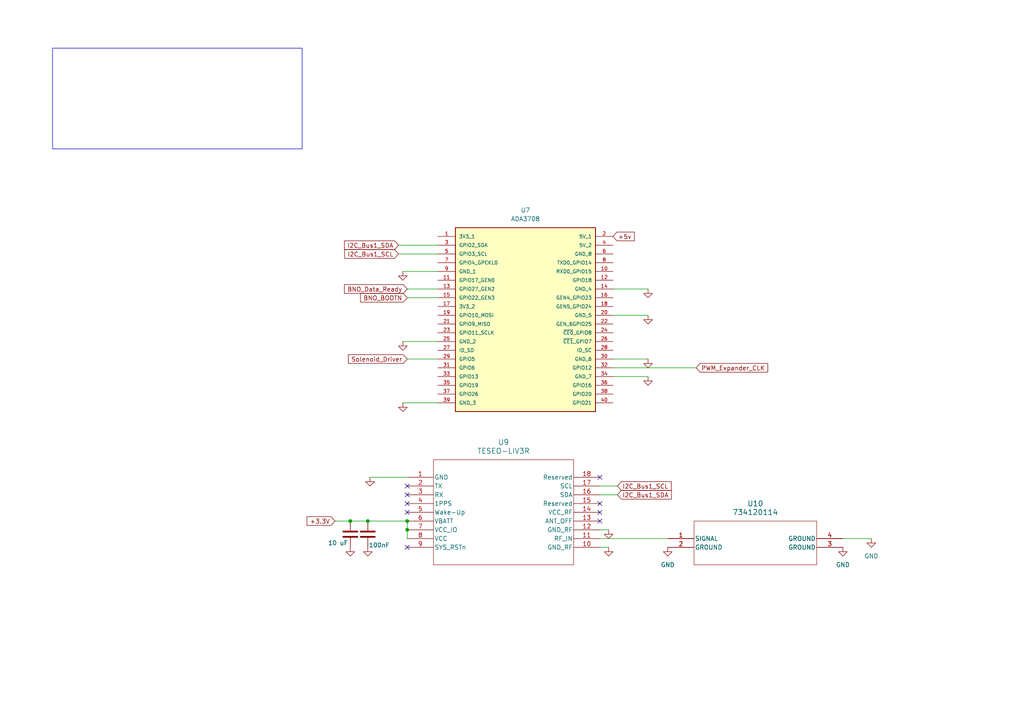
<source format=kicad_sch>
(kicad_sch (version 20230121) (generator eeschema)
  (paper "A4")
  (lib_symbols
    (symbol "Device:C" (pin_numbers hide) (pin_names (offset 0.254))
      (property "Reference" "C" (at 0.635 2.54 0))
      (property "Value" "C" (at 0.635 -2.54 0))
      (symbol "C_0_1"
        (polyline (pts (xy -2.032 -0.762) (xy 2.032 -0.762)) (stroke (width 0.508)))
        (polyline (pts (xy -2.032 0.762) (xy 2.032 0.762)) (stroke (width 0.508)))
      )
      (symbol "C_1_1"
        (pin passive line (at 0 3.81 270) (length 2.794) (name "~") (number "1"))
        (pin passive line (at 0 -3.81 90) (length 2.794) (name "~") (number "2"))
      )
    )
    (symbol "Raspberry Pi Zero:ADA3708" (pin_names (offset 1.016))
      (property "Reference" "U" (at -20.34 26.6962 0))
      (property "Value" "ADA3708" (at -20.3391 -30.5087 0))
      (symbol "ADA3708_0_0"
        (rectangle (start -20.32 -27.94) (end 20.32 25.4) (stroke (width 0.254)) (fill (type background)))
        (pin power_in line (at -25.4 22.86 0) (length 5.08) (name "3V3_1") (number "1"))
        (pin bidirectional line (at 25.4 12.7 180) (length 5.08) (name "RXD0_GPIO15") (number "10"))
        (pin bidirectional line (at -25.4 10.16 0) (length 5.08) (name "GPIO17_GEN0") (number "11"))
        (pin bidirectional line (at 25.4 10.16 180) (length 5.08) (name "GPIO18") (number "12"))
        (pin bidirectional line (at -25.4 7.62 0) (length 5.08) (name "GPIO27_GEN2") (number "13"))
        (pin power_in line (at 25.4 7.62 180) (length 5.08) (name "GND_4") (number "14"))
        (pin bidirectional line (at -25.4 5.08 0) (length 5.08) (name "GPIO22_GEN3") (number "15"))
        (pin bidirectional line (at 25.4 5.08 180) (length 5.08) (name "GEN4_GPIO23") (number "16"))
        (pin power_in line (at -25.4 2.54 0) (length 5.08) (name "3V3_2") (number "17"))
        (pin bidirectional line (at 25.4 2.54 180) (length 5.08) (name "GEN5_GPIO24") (number "18"))
        (pin bidirectional line (at -25.4 0 0) (length 5.08) (name "GPIO10_MOSI") (number "19"))
        (pin power_in line (at 25.4 22.86 180) (length 5.08) (name "5V_1") (number "2"))
        (pin power_in line (at 25.4 0 180) (length 5.08) (name "GND_5") (number "20"))
        (pin bidirectional line (at -25.4 -2.54 0) (length 5.08) (name "GPIO9_MISO") (number "21"))
        (pin bidirectional line (at 25.4 -2.54 180) (length 5.08) (name "GEN_6GPIO25") (number "22"))
        (pin bidirectional line (at -25.4 -5.08 0) (length 5.08) (name "GPIO11_SCLK") (number "23"))
        (pin bidirectional line (at 25.4 -5.08 180) (length 5.08) (name "~{CE0}_GPIO8") (number "24"))
        (pin power_in line (at -25.4 -7.62 0) (length 5.08) (name "GND_2") (number "25"))
        (pin bidirectional line (at 25.4 -7.62 180) (length 5.08) (name "~{CE1}_GPIO7") (number "26"))
        (pin bidirectional line (at -25.4 -10.16 0) (length 5.08) (name "ID_SD") (number "27"))
        (pin bidirectional line (at 25.4 -10.16 180) (length 5.08) (name "ID_SC") (number "28"))
        (pin bidirectional line (at -25.4 -12.7 0) (length 5.08) (name "GPIO5") (number "29"))
        (pin bidirectional line (at -25.4 20.32 0) (length 5.08) (name "GPIO2_SDA") (number "3"))
        (pin power_in line (at 25.4 -12.7 180) (length 5.08) (name "GND_6") (number "30"))
        (pin bidirectional line (at -25.4 -15.24 0) (length 5.08) (name "GPIO6") (number "31"))
        (pin bidirectional line (at 25.4 -15.24 180) (length 5.08) (name "GPIO12") (number "32"))
        (pin bidirectional line (at -25.4 -17.78 0) (length 5.08) (name "GPIO13") (number "33"))
        (pin power_in line (at 25.4 -17.78 180) (length 5.08) (name "GND_7") (number "34"))
        (pin bidirectional line (at -25.4 -20.32 0) (length 5.08) (name "GPIO19") (number "35"))
        (pin bidirectional line (at 25.4 -20.32 180) (length 5.08) (name "GPIO16") (number "36"))
        (pin bidirectional line (at -25.4 -22.86 0) (length 5.08) (name "GPIO26") (number "37"))
        (pin bidirectional line (at 25.4 -22.86 180) (length 5.08) (name "GPIO20") (number "38"))
        (pin power_in line (at -25.4 -25.4 0) (length 5.08) (name "GND_3") (number "39"))
        (pin power_in line (at 25.4 20.32 180) (length 5.08) (name "5V_2") (number "4"))
        (pin bidirectional line (at 25.4 -25.4 180) (length 5.08) (name "GPIO21") (number "40"))
        (pin bidirectional line (at -25.4 17.78 0) (length 5.08) (name "GPIO3_SCL") (number "5"))
        (pin power_in line (at 25.4 17.78 180) (length 5.08) (name "GND_8") (number "6"))
        (pin bidirectional line (at -25.4 15.24 0) (length 5.08) (name "GPIO4_GPCKL0") (number "7"))
        (pin bidirectional line (at 25.4 15.24 180) (length 5.08) (name "TXD0_GPIO14") (number "8"))
        (pin power_in line (at -25.4 12.7 0) (length 5.08) (name "GND_1") (number "9"))
      )
    )
    (symbol "Teseo Liver:TESEO-LIV3R" (pin_names (offset 0.254))
      (property "Reference" "U" (at 27.94 10.16 0))
      (property "Value" "TESEO-LIV3R" (at 27.94 7.62 0))
      (symbol "TESEO-LIV3R_0_1"
        (polyline (pts (xy 7.62 -25.4) (xy 48.26 -25.4)) (stroke (width 0.127)))
        (polyline (pts (xy 7.62 5.08) (xy 7.62 -25.4)) (stroke (width 0.127)))
        (polyline (pts (xy 48.26 -25.4) (xy 48.26 5.08)) (stroke (width 0.127)))
        (polyline (pts (xy 48.26 5.08) (xy 7.62 5.08)) (stroke (width 0.127)))
        (pin power_out line (at 0 0 0) (length 7.62) (name "GND") (number "1"))
        (pin power_out line (at 55.88 -20.32 180) (length 7.62) (name "GND_RF") (number "10"))
        (pin unspecified line (at 55.88 -17.78 180) (length 7.62) (name "RF_IN") (number "11"))
        (pin power_out line (at 55.88 -15.24 180) (length 7.62) (name "GND_RF") (number "12"))
        (pin unspecified line (at 55.88 -12.7 180) (length 7.62) (name "ANT_OFF") (number "13"))
        (pin power_in line (at 55.88 -10.16 180) (length 7.62) (name "VCC_RF") (number "14"))
        (pin unspecified line (at 55.88 -7.62 180) (length 7.62) (name "Reserved") (number "15"))
        (pin unspecified line (at 55.88 -5.08 180) (length 7.62) (name "SDA") (number "16"))
        (pin unspecified line (at 55.88 -2.54 180) (length 7.62) (name "SCL") (number "17"))
        (pin unspecified line (at 55.88 0 180) (length 7.62) (name "Reserved") (number "18"))
        (pin unspecified line (at 0 -2.54 0) (length 7.62) (name "TX") (number "2"))
        (pin unspecified line (at 0 -5.08 0) (length 7.62) (name "RX") (number "3"))
        (pin unspecified line (at 0 -7.62 0) (length 7.62) (name "1PPS") (number "4"))
        (pin unspecified line (at 0 -10.16 0) (length 7.62) (name "Wake-Up") (number "5"))
        (pin unspecified line (at 0 -12.7 0) (length 7.62) (name "VBATT") (number "6"))
        (pin power_in line (at 0 -15.24 0) (length 7.62) (name "VCC_IO") (number "7"))
        (pin power_in line (at 0 -17.78 0) (length 7.62) (name "VCC") (number "8"))
        (pin unspecified line (at 0 -20.32 0) (length 7.62) (name "SYS_RSTn") (number "9"))
      )
    )
    (symbol "UFL:734120114" (pin_names (offset 0.254))
      (property "Reference" "U" (at 25.4 10.16 0))
      (property "Value" "734120114" (at 25.4 7.62 0))
      (symbol "734120114_0_1"
        (polyline (pts (xy 7.62 -7.62) (xy 43.18 -7.62)) (stroke (width 0.127)))
        (polyline (pts (xy 7.62 5.08) (xy 7.62 -7.62)) (stroke (width 0.127)))
        (polyline (pts (xy 43.18 -7.62) (xy 43.18 5.08)) (stroke (width 0.127)))
        (polyline (pts (xy 43.18 5.08) (xy 7.62 5.08)) (stroke (width 0.127)))
        (pin bidirectional line (at 0 0 0) (length 7.62) (name "SIGNAL") (number "1"))
        (pin power_out line (at 0 -2.54 0) (length 7.62) (name "GROUND") (number "2"))
        (pin power_out line (at 50.8 -2.54 180) (length 7.62) (name "GROUND") (number "3"))
        (pin power_out line (at 50.8 0 180) (length 7.62) (name "GROUND") (number "4"))
      )
    )
    (symbol "power:GND" (power) (pin_names (offset 0))
      (property "Value" "GND" (at 0 -3.81 0))
      (symbol "GND_0_1"
        (polyline (pts (xy 0 0) (xy 0 -1.27) (xy 1.27 -1.27) (xy 0 -2.54) (xy -1.27 -1.27) (xy 0 -1.27)))
      )
      (symbol "GND_1_1"
        (pin power_in line (at 0 0 270) (length 0) hide (name "GND") (number "1"))
      )
    )
  )
  (junction (at 106.68 151.13))
  (junction (at 118.11 153.67))
  (junction (at 118.11 151.13))
  (junction (at 101.6 151.13))
  (no_connect (at 173.99 151.13))
  (no_connect (at 118.11 140.97))
  (no_connect (at 118.11 143.51))
  (no_connect (at 118.11 158.75))
  (no_connect (at 118.11 146.05))
  (no_connect (at 173.99 146.05))
  (no_connect (at 173.99 138.43))
  (no_connect (at 118.11 148.59))
  (no_connect (at 173.99 148.59))
  (wire (pts (xy 187.96 109.22) (xy 177.8 109.22)))
  (wire (pts (xy 106.68 151.13) (xy 118.11 151.13)))
  (wire (pts (xy 179.07 143.51) (xy 173.99 143.51)))
  (wire (pts (xy 173.99 153.67) (xy 176.53 153.67)))
  (wire (pts (xy 101.6 151.13) (xy 106.68 151.13)))
  (wire (pts (xy 116.84 116.84) (xy 127 116.84)))
  (wire (pts (xy 179.07 140.97) (xy 173.99 140.97)))
  (wire (pts (xy 187.96 91.44) (xy 177.8 91.44)))
  (wire (pts (xy 173.99 158.75) (xy 176.53 158.75)))
  (wire (pts (xy 115.57 71.12) (xy 127 71.12)))
  (wire (pts (xy 187.96 104.14) (xy 177.8 104.14)))
  (wire (pts (xy 116.84 78.74) (xy 127 78.74)))
  (wire (pts (xy 252.73 156.21) (xy 244.475 156.21)))
  (wire (pts (xy 201.93 106.68) (xy 177.8 106.68)))
  (wire (pts (xy 118.11 83.82) (xy 127 83.82)))
  (wire (pts (xy 187.96 83.82) (xy 177.8 83.82)))
  (wire (pts (xy 118.11 151.13) (xy 118.11 153.67)))
  (wire (pts (xy 107.315 138.43) (xy 118.11 138.43)))
  (wire (pts (xy 116.84 99.06) (xy 127 99.06)))
  (wire (pts (xy 173.99 156.21) (xy 193.675 156.21)))
  (wire (pts (xy 115.57 73.66) (xy 127 73.66)))
  (wire (pts (xy 118.11 153.67) (xy 118.11 156.21)))
  (wire (pts (xy 118.11 86.36) (xy 127 86.36)))
  (wire (pts (xy 118.11 104.14) (xy 127 104.14)))
  (wire (pts (xy 97.155 151.13) (xy 101.6 151.13)))
  (rectangle (start 15.24 13.97) (end 87.63 43.18))
  (global_label "Solenoid_Driver" (shape input) (at 118.11 104.14 180) (property "Intersheetrefs" "${INTERSHEET_REFS}" (effects hide)))
  (global_label "I2C_Bus1_SDA" (shape input) (at 115.57 71.12 180) (property "Intersheetrefs" "${INTERSHEET_REFS}" (effects hide)))
  (global_label "+3.3V" (shape input) (at 97.155 151.13 180) (property "Intersheetrefs" "${INTERSHEET_REFS}" (effects hide)))
  (global_label "BNO_Data_Ready" (shape input) (at 118.11 83.82 180) (property "Intersheetrefs" "${INTERSHEET_REFS}" (effects hide)))
  (global_label "+5v" (shape input) (at 177.8 68.58 0) (property "Intersheetrefs" "${INTERSHEET_REFS}" (effects hide)))
  (global_label "PWM_Expander_CLK" (shape input) (at 201.93 106.68 0) (property "Intersheetrefs" "${INTERSHEET_REFS}" (effects hide)))
  (global_label "I2C_Bus1_SDA" (shape input) (at 179.07 143.51 0) (property "Intersheetrefs" "${INTERSHEET_REFS}" (effects hide)))
  (global_label "I2C_Bus1_SCL" (shape input) (at 179.07 140.97 0) (property "Intersheetrefs" "${INTERSHEET_REFS}" (effects hide)))
  (global_label "I2C_Bus1_SCL" (shape input) (at 115.57 73.66 180) (property "Intersheetrefs" "${INTERSHEET_REFS}" (effects hide)))
  (global_label "BNO_BOOTN" (shape input) (at 118.11 86.36 180) (property "Intersheetrefs" "${INTERSHEET_REFS}" (effects hide)))
  (symbol (lib_id "power:GND") (at 187.96 104.14 0) (unit 1)
    (property "Reference" "#PWR049" (effects hide))
    (property "Value" "GND" (effects hide))
  )
  (symbol (lib_id "power:GND") (at 244.475 158.75 0) (unit 1)
    (property "Reference" "#PWR0102" (effects hide))
    (property "Value" "GND" (at 244.475 163.83 0))
  )
  (symbol (lib_id "power:GND") (at 107.315 138.43 0) (unit 1)
    (property "Reference" "#PWR045" (effects hide))
    (property "Value" "GND" (effects hide))
  )
  (symbol (lib_id "power:GND") (at 176.53 158.75 0) (unit 1)
    (property "Reference" "#PWR044" (effects hide))
    (property "Value" "GND" (effects hide))
  )
  (symbol (lib_id "power:GND") (at 176.53 153.67 0) (unit 1)
    (property "Reference" "#PWR043" (effects hide))
    (property "Value" "GND" (effects hide))
  )
  (symbol (lib_id "power:GND") (at 106.68 158.75 0) (unit 1)
    (property "Reference" "#PWR097" (effects hide))
    (property "Value" "GND" (effects hide))
  )
  (symbol (lib_id "Raspberry Pi Zero:ADA3708") (at 152.4 91.44 0) (unit 1)
    (property "Reference" "U7" (at 152.4 60.96 0))
    (property "Value" "ADA3708" (at 152.4 63.5 0))
    (property "Footprint" "ADA3708:MODULE_ADA3708" (effects hide))
    (property "MF" "Adafruit Industries" (effects hide))
    (property "Description" "\nRaspberry Pi Zero WH (Zero W with Headers)\n" (effects hide))
    (property "Package" "None" (effects hide))
    (property "Price" "None" (effects hide))
    (property "Check_prices" "https://www.snapeda.com/parts/ADA3708/Adafruit+Industries+LLC/view-part/?ref=eda" (effects hide))
    (property "STANDARD" "Manufacturer Recommendations" (effects hide))
    (property "SnapEDA_Link" "https://www.snapeda.com/parts/ADA3708/Adafruit+Industries+LLC/view-part/?ref=snap" (effects hide))
    (property "MP" "ADA3708" (effects hide))
    (property "Availability" "Not in stock" (effects hide))
    (property "MANUFACTURER" "Adafruit Industries" (effects hide))
  )
  (symbol (lib_id "power:GND") (at 101.6 158.75 0) (unit 1)
    (property "Reference" "#PWR098" (effects hide))
    (property "Value" "GND" (effects hide))
  )
  (symbol (lib_id "power:GND") (at 193.675 158.75 0) (unit 1)
    (property "Reference" "#PWR0103" (effects hide))
    (property "Value" "GND" (at 193.675 163.83 0))
  )
  (symbol (lib_id "UFL:734120114") (at 193.675 156.21 0) (unit 1)
    (property "Reference" "U10" (at 219.075 146.05 0) (effects (font (size 1.524 1.524))))
    (property "Value" "734120114" (at 219.075 148.59 0) (effects (font (size 1.524 1.524))))
    (property "Footprint" "UFL:73412-0114_MOL" (effects hide))
    (property "Datasheet" "734120114" (effects hide))
  )
  (symbol (lib_id "power:GND") (at 252.73 156.21 0) (unit 1)
    (property "Reference" "#PWR0101" (effects hide))
    (property "Value" "GND" (at 252.73 161.29 0))
  )
  (symbol (lib_id "power:GND") (at 187.96 83.82 0) (unit 1)
    (property "Reference" "#PWR047" (effects hide))
    (property "Value" "GND" (effects hide))
  )
  (symbol (lib_id "Device:C") (at 106.68 154.94 0) (mirror y) (unit 1)
    (property "Reference" "C4" (effects hide))
    (property "Value" "100nF" (at 113.03 158.115 0) (effects (justify left)))
    (property "Footprint" "Capacitor_SMD:C_0603_1608Metric_Pad1.08x0.95mm_HandSolder" (effects hide))
    (instances (project "water_sphere_bms" (path "" (reference "C4") (unit 1))) (project "bms" (path "" (reference "C4") (unit 1))) (project "Watersphere mobo" (path "" (reference "C7") (unit 1)) (path "" (reference "C18") (unit 1))))
  )
  (symbol (lib_id "Device:C") (at 101.6 154.94 0) (mirror y) (unit 1)
    (property "Reference" "C4" (effects hide))
    (property "Value" "10 uF" (at 100.965 157.48 0) (effects (justify left)))
    (property "Footprint" "Capacitor_SMD:C_0603_1608Metric_Pad1.08x0.95mm_HandSolder" (effects hide))
    (instances (project "water_sphere_bms" (path "" (reference "C4") (unit 1))) (project "bms" (path "" (reference "C4") (unit 1))) (project "Watersphere mobo" (path "" (reference "C7") (unit 1)) (path "" (reference "C17") (unit 1))))
  )
  (symbol (lib_id "power:GND") (at 187.96 109.22 0) (unit 1)
    (property "Reference" "#PWR048" (effects hide))
    (property "Value" "GND" (effects hide))
  )
  (symbol (lib_id "power:GND") (at 187.96 91.44 0) (unit 1)
    (property "Reference" "#PWR046" (effects hide))
    (property "Value" "GND" (effects hide))
  )
  (symbol (lib_id "power:GND") (at 116.84 116.84 0) (unit 1)
    (property "Reference" "#PWR050" (effects hide))
    (property "Value" "GND" (effects hide))
  )
  (symbol (lib_id "Teseo Liver:TESEO-LIV3R") (at 118.11 138.43 0) (unit 1)
    (property "Reference" "U9" (at 146.05 128.27 0) (effects (font (size 1.524 1.524))))
    (property "Value" "TESEO-LIV3R" (at 146.05 130.81 0) (effects (font (size 1.524 1.524))))
    (property "Footprint" "Teseo Liv3r:ARRAY_LIV3R_STM" (effects hide))
    (property "Datasheet" "TESEO-LIV3R" (effects hide))
  )
  (symbol (lib_id "power:GND") (at 116.84 99.06 0) (unit 1)
    (property "Reference" "#PWR051" (effects hide))
    (property "Value" "GND" (effects hide))
  )
  (symbol (lib_id "power:GND") (at 116.84 78.74 0) (unit 1)
    (property "Reference" "#PWR052" (effects hide))
    (property "Value" "GND" (effects hide))
  )
)
</source>
